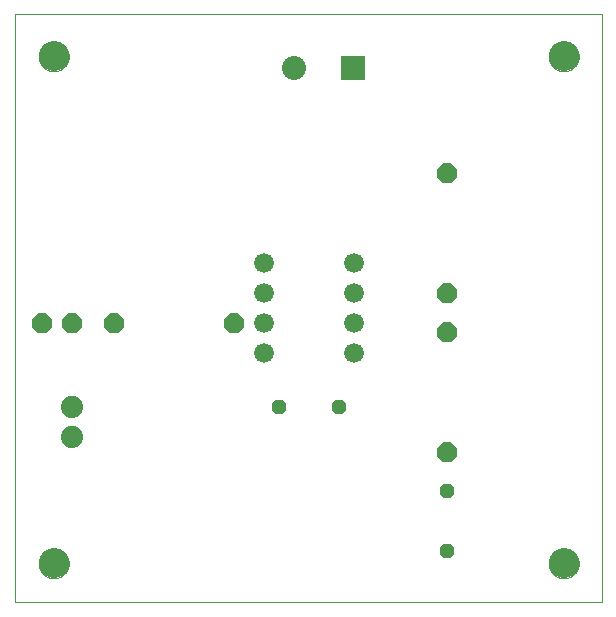
<source format=gbs>
G75*
%MOIN*%
%OFA0B0*%
%FSLAX25Y25*%
%IPPOS*%
%LPD*%
%AMOC8*
5,1,8,0,0,1.08239X$1,22.5*
%
%ADD10C,0.00000*%
%ADD11C,0.10000*%
%ADD12OC8,0.04800*%
%ADD13C,0.06600*%
%ADD14OC8,0.06600*%
%ADD15C,0.07400*%
%ADD16R,0.08000X0.08000*%
%ADD17C,0.08000*%
D10*
X0003000Y0021359D02*
X0003000Y0217319D01*
X0198701Y0217319D01*
X0198701Y0021359D01*
X0003000Y0021359D01*
X0011000Y0034359D02*
X0011002Y0034500D01*
X0011008Y0034641D01*
X0011018Y0034781D01*
X0011032Y0034921D01*
X0011050Y0035061D01*
X0011071Y0035200D01*
X0011097Y0035339D01*
X0011126Y0035477D01*
X0011160Y0035613D01*
X0011197Y0035749D01*
X0011238Y0035884D01*
X0011283Y0036018D01*
X0011332Y0036150D01*
X0011384Y0036281D01*
X0011440Y0036410D01*
X0011500Y0036537D01*
X0011563Y0036663D01*
X0011629Y0036787D01*
X0011700Y0036910D01*
X0011773Y0037030D01*
X0011850Y0037148D01*
X0011930Y0037264D01*
X0012014Y0037377D01*
X0012100Y0037488D01*
X0012190Y0037597D01*
X0012283Y0037703D01*
X0012378Y0037806D01*
X0012477Y0037907D01*
X0012578Y0038005D01*
X0012682Y0038100D01*
X0012789Y0038192D01*
X0012898Y0038281D01*
X0013010Y0038366D01*
X0013124Y0038449D01*
X0013240Y0038529D01*
X0013359Y0038605D01*
X0013480Y0038677D01*
X0013602Y0038747D01*
X0013727Y0038812D01*
X0013853Y0038875D01*
X0013981Y0038933D01*
X0014111Y0038988D01*
X0014242Y0039040D01*
X0014375Y0039087D01*
X0014509Y0039131D01*
X0014644Y0039172D01*
X0014780Y0039208D01*
X0014917Y0039240D01*
X0015055Y0039269D01*
X0015193Y0039294D01*
X0015333Y0039314D01*
X0015473Y0039331D01*
X0015613Y0039344D01*
X0015754Y0039353D01*
X0015894Y0039358D01*
X0016035Y0039359D01*
X0016176Y0039356D01*
X0016317Y0039349D01*
X0016457Y0039338D01*
X0016597Y0039323D01*
X0016737Y0039304D01*
X0016876Y0039282D01*
X0017014Y0039255D01*
X0017152Y0039225D01*
X0017288Y0039190D01*
X0017424Y0039152D01*
X0017558Y0039110D01*
X0017692Y0039064D01*
X0017824Y0039015D01*
X0017954Y0038961D01*
X0018083Y0038904D01*
X0018210Y0038844D01*
X0018336Y0038780D01*
X0018459Y0038712D01*
X0018581Y0038641D01*
X0018701Y0038567D01*
X0018818Y0038489D01*
X0018933Y0038408D01*
X0019046Y0038324D01*
X0019157Y0038237D01*
X0019265Y0038146D01*
X0019370Y0038053D01*
X0019473Y0037956D01*
X0019573Y0037857D01*
X0019670Y0037755D01*
X0019764Y0037650D01*
X0019855Y0037543D01*
X0019943Y0037433D01*
X0020028Y0037321D01*
X0020110Y0037206D01*
X0020189Y0037089D01*
X0020264Y0036970D01*
X0020336Y0036849D01*
X0020404Y0036726D01*
X0020469Y0036601D01*
X0020531Y0036474D01*
X0020588Y0036345D01*
X0020643Y0036215D01*
X0020693Y0036084D01*
X0020740Y0035951D01*
X0020783Y0035817D01*
X0020822Y0035681D01*
X0020857Y0035545D01*
X0020889Y0035408D01*
X0020916Y0035270D01*
X0020940Y0035131D01*
X0020960Y0034991D01*
X0020976Y0034851D01*
X0020988Y0034711D01*
X0020996Y0034570D01*
X0021000Y0034429D01*
X0021000Y0034289D01*
X0020996Y0034148D01*
X0020988Y0034007D01*
X0020976Y0033867D01*
X0020960Y0033727D01*
X0020940Y0033587D01*
X0020916Y0033448D01*
X0020889Y0033310D01*
X0020857Y0033173D01*
X0020822Y0033037D01*
X0020783Y0032901D01*
X0020740Y0032767D01*
X0020693Y0032634D01*
X0020643Y0032503D01*
X0020588Y0032373D01*
X0020531Y0032244D01*
X0020469Y0032117D01*
X0020404Y0031992D01*
X0020336Y0031869D01*
X0020264Y0031748D01*
X0020189Y0031629D01*
X0020110Y0031512D01*
X0020028Y0031397D01*
X0019943Y0031285D01*
X0019855Y0031175D01*
X0019764Y0031068D01*
X0019670Y0030963D01*
X0019573Y0030861D01*
X0019473Y0030762D01*
X0019370Y0030665D01*
X0019265Y0030572D01*
X0019157Y0030481D01*
X0019046Y0030394D01*
X0018933Y0030310D01*
X0018818Y0030229D01*
X0018701Y0030151D01*
X0018581Y0030077D01*
X0018459Y0030006D01*
X0018336Y0029938D01*
X0018210Y0029874D01*
X0018083Y0029814D01*
X0017954Y0029757D01*
X0017824Y0029703D01*
X0017692Y0029654D01*
X0017558Y0029608D01*
X0017424Y0029566D01*
X0017288Y0029528D01*
X0017152Y0029493D01*
X0017014Y0029463D01*
X0016876Y0029436D01*
X0016737Y0029414D01*
X0016597Y0029395D01*
X0016457Y0029380D01*
X0016317Y0029369D01*
X0016176Y0029362D01*
X0016035Y0029359D01*
X0015894Y0029360D01*
X0015754Y0029365D01*
X0015613Y0029374D01*
X0015473Y0029387D01*
X0015333Y0029404D01*
X0015193Y0029424D01*
X0015055Y0029449D01*
X0014917Y0029478D01*
X0014780Y0029510D01*
X0014644Y0029546D01*
X0014509Y0029587D01*
X0014375Y0029631D01*
X0014242Y0029678D01*
X0014111Y0029730D01*
X0013981Y0029785D01*
X0013853Y0029843D01*
X0013727Y0029906D01*
X0013602Y0029971D01*
X0013480Y0030041D01*
X0013359Y0030113D01*
X0013240Y0030189D01*
X0013124Y0030269D01*
X0013010Y0030352D01*
X0012898Y0030437D01*
X0012789Y0030526D01*
X0012682Y0030618D01*
X0012578Y0030713D01*
X0012477Y0030811D01*
X0012378Y0030912D01*
X0012283Y0031015D01*
X0012190Y0031121D01*
X0012100Y0031230D01*
X0012014Y0031341D01*
X0011930Y0031454D01*
X0011850Y0031570D01*
X0011773Y0031688D01*
X0011700Y0031808D01*
X0011629Y0031931D01*
X0011563Y0032055D01*
X0011500Y0032181D01*
X0011440Y0032308D01*
X0011384Y0032437D01*
X0011332Y0032568D01*
X0011283Y0032700D01*
X0011238Y0032834D01*
X0011197Y0032969D01*
X0011160Y0033105D01*
X0011126Y0033241D01*
X0011097Y0033379D01*
X0011071Y0033518D01*
X0011050Y0033657D01*
X0011032Y0033797D01*
X0011018Y0033937D01*
X0011008Y0034077D01*
X0011002Y0034218D01*
X0011000Y0034359D01*
X0011000Y0203359D02*
X0011002Y0203500D01*
X0011008Y0203641D01*
X0011018Y0203781D01*
X0011032Y0203921D01*
X0011050Y0204061D01*
X0011071Y0204200D01*
X0011097Y0204339D01*
X0011126Y0204477D01*
X0011160Y0204613D01*
X0011197Y0204749D01*
X0011238Y0204884D01*
X0011283Y0205018D01*
X0011332Y0205150D01*
X0011384Y0205281D01*
X0011440Y0205410D01*
X0011500Y0205537D01*
X0011563Y0205663D01*
X0011629Y0205787D01*
X0011700Y0205910D01*
X0011773Y0206030D01*
X0011850Y0206148D01*
X0011930Y0206264D01*
X0012014Y0206377D01*
X0012100Y0206488D01*
X0012190Y0206597D01*
X0012283Y0206703D01*
X0012378Y0206806D01*
X0012477Y0206907D01*
X0012578Y0207005D01*
X0012682Y0207100D01*
X0012789Y0207192D01*
X0012898Y0207281D01*
X0013010Y0207366D01*
X0013124Y0207449D01*
X0013240Y0207529D01*
X0013359Y0207605D01*
X0013480Y0207677D01*
X0013602Y0207747D01*
X0013727Y0207812D01*
X0013853Y0207875D01*
X0013981Y0207933D01*
X0014111Y0207988D01*
X0014242Y0208040D01*
X0014375Y0208087D01*
X0014509Y0208131D01*
X0014644Y0208172D01*
X0014780Y0208208D01*
X0014917Y0208240D01*
X0015055Y0208269D01*
X0015193Y0208294D01*
X0015333Y0208314D01*
X0015473Y0208331D01*
X0015613Y0208344D01*
X0015754Y0208353D01*
X0015894Y0208358D01*
X0016035Y0208359D01*
X0016176Y0208356D01*
X0016317Y0208349D01*
X0016457Y0208338D01*
X0016597Y0208323D01*
X0016737Y0208304D01*
X0016876Y0208282D01*
X0017014Y0208255D01*
X0017152Y0208225D01*
X0017288Y0208190D01*
X0017424Y0208152D01*
X0017558Y0208110D01*
X0017692Y0208064D01*
X0017824Y0208015D01*
X0017954Y0207961D01*
X0018083Y0207904D01*
X0018210Y0207844D01*
X0018336Y0207780D01*
X0018459Y0207712D01*
X0018581Y0207641D01*
X0018701Y0207567D01*
X0018818Y0207489D01*
X0018933Y0207408D01*
X0019046Y0207324D01*
X0019157Y0207237D01*
X0019265Y0207146D01*
X0019370Y0207053D01*
X0019473Y0206956D01*
X0019573Y0206857D01*
X0019670Y0206755D01*
X0019764Y0206650D01*
X0019855Y0206543D01*
X0019943Y0206433D01*
X0020028Y0206321D01*
X0020110Y0206206D01*
X0020189Y0206089D01*
X0020264Y0205970D01*
X0020336Y0205849D01*
X0020404Y0205726D01*
X0020469Y0205601D01*
X0020531Y0205474D01*
X0020588Y0205345D01*
X0020643Y0205215D01*
X0020693Y0205084D01*
X0020740Y0204951D01*
X0020783Y0204817D01*
X0020822Y0204681D01*
X0020857Y0204545D01*
X0020889Y0204408D01*
X0020916Y0204270D01*
X0020940Y0204131D01*
X0020960Y0203991D01*
X0020976Y0203851D01*
X0020988Y0203711D01*
X0020996Y0203570D01*
X0021000Y0203429D01*
X0021000Y0203289D01*
X0020996Y0203148D01*
X0020988Y0203007D01*
X0020976Y0202867D01*
X0020960Y0202727D01*
X0020940Y0202587D01*
X0020916Y0202448D01*
X0020889Y0202310D01*
X0020857Y0202173D01*
X0020822Y0202037D01*
X0020783Y0201901D01*
X0020740Y0201767D01*
X0020693Y0201634D01*
X0020643Y0201503D01*
X0020588Y0201373D01*
X0020531Y0201244D01*
X0020469Y0201117D01*
X0020404Y0200992D01*
X0020336Y0200869D01*
X0020264Y0200748D01*
X0020189Y0200629D01*
X0020110Y0200512D01*
X0020028Y0200397D01*
X0019943Y0200285D01*
X0019855Y0200175D01*
X0019764Y0200068D01*
X0019670Y0199963D01*
X0019573Y0199861D01*
X0019473Y0199762D01*
X0019370Y0199665D01*
X0019265Y0199572D01*
X0019157Y0199481D01*
X0019046Y0199394D01*
X0018933Y0199310D01*
X0018818Y0199229D01*
X0018701Y0199151D01*
X0018581Y0199077D01*
X0018459Y0199006D01*
X0018336Y0198938D01*
X0018210Y0198874D01*
X0018083Y0198814D01*
X0017954Y0198757D01*
X0017824Y0198703D01*
X0017692Y0198654D01*
X0017558Y0198608D01*
X0017424Y0198566D01*
X0017288Y0198528D01*
X0017152Y0198493D01*
X0017014Y0198463D01*
X0016876Y0198436D01*
X0016737Y0198414D01*
X0016597Y0198395D01*
X0016457Y0198380D01*
X0016317Y0198369D01*
X0016176Y0198362D01*
X0016035Y0198359D01*
X0015894Y0198360D01*
X0015754Y0198365D01*
X0015613Y0198374D01*
X0015473Y0198387D01*
X0015333Y0198404D01*
X0015193Y0198424D01*
X0015055Y0198449D01*
X0014917Y0198478D01*
X0014780Y0198510D01*
X0014644Y0198546D01*
X0014509Y0198587D01*
X0014375Y0198631D01*
X0014242Y0198678D01*
X0014111Y0198730D01*
X0013981Y0198785D01*
X0013853Y0198843D01*
X0013727Y0198906D01*
X0013602Y0198971D01*
X0013480Y0199041D01*
X0013359Y0199113D01*
X0013240Y0199189D01*
X0013124Y0199269D01*
X0013010Y0199352D01*
X0012898Y0199437D01*
X0012789Y0199526D01*
X0012682Y0199618D01*
X0012578Y0199713D01*
X0012477Y0199811D01*
X0012378Y0199912D01*
X0012283Y0200015D01*
X0012190Y0200121D01*
X0012100Y0200230D01*
X0012014Y0200341D01*
X0011930Y0200454D01*
X0011850Y0200570D01*
X0011773Y0200688D01*
X0011700Y0200808D01*
X0011629Y0200931D01*
X0011563Y0201055D01*
X0011500Y0201181D01*
X0011440Y0201308D01*
X0011384Y0201437D01*
X0011332Y0201568D01*
X0011283Y0201700D01*
X0011238Y0201834D01*
X0011197Y0201969D01*
X0011160Y0202105D01*
X0011126Y0202241D01*
X0011097Y0202379D01*
X0011071Y0202518D01*
X0011050Y0202657D01*
X0011032Y0202797D01*
X0011018Y0202937D01*
X0011008Y0203077D01*
X0011002Y0203218D01*
X0011000Y0203359D01*
X0181000Y0203359D02*
X0181002Y0203500D01*
X0181008Y0203641D01*
X0181018Y0203781D01*
X0181032Y0203921D01*
X0181050Y0204061D01*
X0181071Y0204200D01*
X0181097Y0204339D01*
X0181126Y0204477D01*
X0181160Y0204613D01*
X0181197Y0204749D01*
X0181238Y0204884D01*
X0181283Y0205018D01*
X0181332Y0205150D01*
X0181384Y0205281D01*
X0181440Y0205410D01*
X0181500Y0205537D01*
X0181563Y0205663D01*
X0181629Y0205787D01*
X0181700Y0205910D01*
X0181773Y0206030D01*
X0181850Y0206148D01*
X0181930Y0206264D01*
X0182014Y0206377D01*
X0182100Y0206488D01*
X0182190Y0206597D01*
X0182283Y0206703D01*
X0182378Y0206806D01*
X0182477Y0206907D01*
X0182578Y0207005D01*
X0182682Y0207100D01*
X0182789Y0207192D01*
X0182898Y0207281D01*
X0183010Y0207366D01*
X0183124Y0207449D01*
X0183240Y0207529D01*
X0183359Y0207605D01*
X0183480Y0207677D01*
X0183602Y0207747D01*
X0183727Y0207812D01*
X0183853Y0207875D01*
X0183981Y0207933D01*
X0184111Y0207988D01*
X0184242Y0208040D01*
X0184375Y0208087D01*
X0184509Y0208131D01*
X0184644Y0208172D01*
X0184780Y0208208D01*
X0184917Y0208240D01*
X0185055Y0208269D01*
X0185193Y0208294D01*
X0185333Y0208314D01*
X0185473Y0208331D01*
X0185613Y0208344D01*
X0185754Y0208353D01*
X0185894Y0208358D01*
X0186035Y0208359D01*
X0186176Y0208356D01*
X0186317Y0208349D01*
X0186457Y0208338D01*
X0186597Y0208323D01*
X0186737Y0208304D01*
X0186876Y0208282D01*
X0187014Y0208255D01*
X0187152Y0208225D01*
X0187288Y0208190D01*
X0187424Y0208152D01*
X0187558Y0208110D01*
X0187692Y0208064D01*
X0187824Y0208015D01*
X0187954Y0207961D01*
X0188083Y0207904D01*
X0188210Y0207844D01*
X0188336Y0207780D01*
X0188459Y0207712D01*
X0188581Y0207641D01*
X0188701Y0207567D01*
X0188818Y0207489D01*
X0188933Y0207408D01*
X0189046Y0207324D01*
X0189157Y0207237D01*
X0189265Y0207146D01*
X0189370Y0207053D01*
X0189473Y0206956D01*
X0189573Y0206857D01*
X0189670Y0206755D01*
X0189764Y0206650D01*
X0189855Y0206543D01*
X0189943Y0206433D01*
X0190028Y0206321D01*
X0190110Y0206206D01*
X0190189Y0206089D01*
X0190264Y0205970D01*
X0190336Y0205849D01*
X0190404Y0205726D01*
X0190469Y0205601D01*
X0190531Y0205474D01*
X0190588Y0205345D01*
X0190643Y0205215D01*
X0190693Y0205084D01*
X0190740Y0204951D01*
X0190783Y0204817D01*
X0190822Y0204681D01*
X0190857Y0204545D01*
X0190889Y0204408D01*
X0190916Y0204270D01*
X0190940Y0204131D01*
X0190960Y0203991D01*
X0190976Y0203851D01*
X0190988Y0203711D01*
X0190996Y0203570D01*
X0191000Y0203429D01*
X0191000Y0203289D01*
X0190996Y0203148D01*
X0190988Y0203007D01*
X0190976Y0202867D01*
X0190960Y0202727D01*
X0190940Y0202587D01*
X0190916Y0202448D01*
X0190889Y0202310D01*
X0190857Y0202173D01*
X0190822Y0202037D01*
X0190783Y0201901D01*
X0190740Y0201767D01*
X0190693Y0201634D01*
X0190643Y0201503D01*
X0190588Y0201373D01*
X0190531Y0201244D01*
X0190469Y0201117D01*
X0190404Y0200992D01*
X0190336Y0200869D01*
X0190264Y0200748D01*
X0190189Y0200629D01*
X0190110Y0200512D01*
X0190028Y0200397D01*
X0189943Y0200285D01*
X0189855Y0200175D01*
X0189764Y0200068D01*
X0189670Y0199963D01*
X0189573Y0199861D01*
X0189473Y0199762D01*
X0189370Y0199665D01*
X0189265Y0199572D01*
X0189157Y0199481D01*
X0189046Y0199394D01*
X0188933Y0199310D01*
X0188818Y0199229D01*
X0188701Y0199151D01*
X0188581Y0199077D01*
X0188459Y0199006D01*
X0188336Y0198938D01*
X0188210Y0198874D01*
X0188083Y0198814D01*
X0187954Y0198757D01*
X0187824Y0198703D01*
X0187692Y0198654D01*
X0187558Y0198608D01*
X0187424Y0198566D01*
X0187288Y0198528D01*
X0187152Y0198493D01*
X0187014Y0198463D01*
X0186876Y0198436D01*
X0186737Y0198414D01*
X0186597Y0198395D01*
X0186457Y0198380D01*
X0186317Y0198369D01*
X0186176Y0198362D01*
X0186035Y0198359D01*
X0185894Y0198360D01*
X0185754Y0198365D01*
X0185613Y0198374D01*
X0185473Y0198387D01*
X0185333Y0198404D01*
X0185193Y0198424D01*
X0185055Y0198449D01*
X0184917Y0198478D01*
X0184780Y0198510D01*
X0184644Y0198546D01*
X0184509Y0198587D01*
X0184375Y0198631D01*
X0184242Y0198678D01*
X0184111Y0198730D01*
X0183981Y0198785D01*
X0183853Y0198843D01*
X0183727Y0198906D01*
X0183602Y0198971D01*
X0183480Y0199041D01*
X0183359Y0199113D01*
X0183240Y0199189D01*
X0183124Y0199269D01*
X0183010Y0199352D01*
X0182898Y0199437D01*
X0182789Y0199526D01*
X0182682Y0199618D01*
X0182578Y0199713D01*
X0182477Y0199811D01*
X0182378Y0199912D01*
X0182283Y0200015D01*
X0182190Y0200121D01*
X0182100Y0200230D01*
X0182014Y0200341D01*
X0181930Y0200454D01*
X0181850Y0200570D01*
X0181773Y0200688D01*
X0181700Y0200808D01*
X0181629Y0200931D01*
X0181563Y0201055D01*
X0181500Y0201181D01*
X0181440Y0201308D01*
X0181384Y0201437D01*
X0181332Y0201568D01*
X0181283Y0201700D01*
X0181238Y0201834D01*
X0181197Y0201969D01*
X0181160Y0202105D01*
X0181126Y0202241D01*
X0181097Y0202379D01*
X0181071Y0202518D01*
X0181050Y0202657D01*
X0181032Y0202797D01*
X0181018Y0202937D01*
X0181008Y0203077D01*
X0181002Y0203218D01*
X0181000Y0203359D01*
X0181000Y0034359D02*
X0181002Y0034500D01*
X0181008Y0034641D01*
X0181018Y0034781D01*
X0181032Y0034921D01*
X0181050Y0035061D01*
X0181071Y0035200D01*
X0181097Y0035339D01*
X0181126Y0035477D01*
X0181160Y0035613D01*
X0181197Y0035749D01*
X0181238Y0035884D01*
X0181283Y0036018D01*
X0181332Y0036150D01*
X0181384Y0036281D01*
X0181440Y0036410D01*
X0181500Y0036537D01*
X0181563Y0036663D01*
X0181629Y0036787D01*
X0181700Y0036910D01*
X0181773Y0037030D01*
X0181850Y0037148D01*
X0181930Y0037264D01*
X0182014Y0037377D01*
X0182100Y0037488D01*
X0182190Y0037597D01*
X0182283Y0037703D01*
X0182378Y0037806D01*
X0182477Y0037907D01*
X0182578Y0038005D01*
X0182682Y0038100D01*
X0182789Y0038192D01*
X0182898Y0038281D01*
X0183010Y0038366D01*
X0183124Y0038449D01*
X0183240Y0038529D01*
X0183359Y0038605D01*
X0183480Y0038677D01*
X0183602Y0038747D01*
X0183727Y0038812D01*
X0183853Y0038875D01*
X0183981Y0038933D01*
X0184111Y0038988D01*
X0184242Y0039040D01*
X0184375Y0039087D01*
X0184509Y0039131D01*
X0184644Y0039172D01*
X0184780Y0039208D01*
X0184917Y0039240D01*
X0185055Y0039269D01*
X0185193Y0039294D01*
X0185333Y0039314D01*
X0185473Y0039331D01*
X0185613Y0039344D01*
X0185754Y0039353D01*
X0185894Y0039358D01*
X0186035Y0039359D01*
X0186176Y0039356D01*
X0186317Y0039349D01*
X0186457Y0039338D01*
X0186597Y0039323D01*
X0186737Y0039304D01*
X0186876Y0039282D01*
X0187014Y0039255D01*
X0187152Y0039225D01*
X0187288Y0039190D01*
X0187424Y0039152D01*
X0187558Y0039110D01*
X0187692Y0039064D01*
X0187824Y0039015D01*
X0187954Y0038961D01*
X0188083Y0038904D01*
X0188210Y0038844D01*
X0188336Y0038780D01*
X0188459Y0038712D01*
X0188581Y0038641D01*
X0188701Y0038567D01*
X0188818Y0038489D01*
X0188933Y0038408D01*
X0189046Y0038324D01*
X0189157Y0038237D01*
X0189265Y0038146D01*
X0189370Y0038053D01*
X0189473Y0037956D01*
X0189573Y0037857D01*
X0189670Y0037755D01*
X0189764Y0037650D01*
X0189855Y0037543D01*
X0189943Y0037433D01*
X0190028Y0037321D01*
X0190110Y0037206D01*
X0190189Y0037089D01*
X0190264Y0036970D01*
X0190336Y0036849D01*
X0190404Y0036726D01*
X0190469Y0036601D01*
X0190531Y0036474D01*
X0190588Y0036345D01*
X0190643Y0036215D01*
X0190693Y0036084D01*
X0190740Y0035951D01*
X0190783Y0035817D01*
X0190822Y0035681D01*
X0190857Y0035545D01*
X0190889Y0035408D01*
X0190916Y0035270D01*
X0190940Y0035131D01*
X0190960Y0034991D01*
X0190976Y0034851D01*
X0190988Y0034711D01*
X0190996Y0034570D01*
X0191000Y0034429D01*
X0191000Y0034289D01*
X0190996Y0034148D01*
X0190988Y0034007D01*
X0190976Y0033867D01*
X0190960Y0033727D01*
X0190940Y0033587D01*
X0190916Y0033448D01*
X0190889Y0033310D01*
X0190857Y0033173D01*
X0190822Y0033037D01*
X0190783Y0032901D01*
X0190740Y0032767D01*
X0190693Y0032634D01*
X0190643Y0032503D01*
X0190588Y0032373D01*
X0190531Y0032244D01*
X0190469Y0032117D01*
X0190404Y0031992D01*
X0190336Y0031869D01*
X0190264Y0031748D01*
X0190189Y0031629D01*
X0190110Y0031512D01*
X0190028Y0031397D01*
X0189943Y0031285D01*
X0189855Y0031175D01*
X0189764Y0031068D01*
X0189670Y0030963D01*
X0189573Y0030861D01*
X0189473Y0030762D01*
X0189370Y0030665D01*
X0189265Y0030572D01*
X0189157Y0030481D01*
X0189046Y0030394D01*
X0188933Y0030310D01*
X0188818Y0030229D01*
X0188701Y0030151D01*
X0188581Y0030077D01*
X0188459Y0030006D01*
X0188336Y0029938D01*
X0188210Y0029874D01*
X0188083Y0029814D01*
X0187954Y0029757D01*
X0187824Y0029703D01*
X0187692Y0029654D01*
X0187558Y0029608D01*
X0187424Y0029566D01*
X0187288Y0029528D01*
X0187152Y0029493D01*
X0187014Y0029463D01*
X0186876Y0029436D01*
X0186737Y0029414D01*
X0186597Y0029395D01*
X0186457Y0029380D01*
X0186317Y0029369D01*
X0186176Y0029362D01*
X0186035Y0029359D01*
X0185894Y0029360D01*
X0185754Y0029365D01*
X0185613Y0029374D01*
X0185473Y0029387D01*
X0185333Y0029404D01*
X0185193Y0029424D01*
X0185055Y0029449D01*
X0184917Y0029478D01*
X0184780Y0029510D01*
X0184644Y0029546D01*
X0184509Y0029587D01*
X0184375Y0029631D01*
X0184242Y0029678D01*
X0184111Y0029730D01*
X0183981Y0029785D01*
X0183853Y0029843D01*
X0183727Y0029906D01*
X0183602Y0029971D01*
X0183480Y0030041D01*
X0183359Y0030113D01*
X0183240Y0030189D01*
X0183124Y0030269D01*
X0183010Y0030352D01*
X0182898Y0030437D01*
X0182789Y0030526D01*
X0182682Y0030618D01*
X0182578Y0030713D01*
X0182477Y0030811D01*
X0182378Y0030912D01*
X0182283Y0031015D01*
X0182190Y0031121D01*
X0182100Y0031230D01*
X0182014Y0031341D01*
X0181930Y0031454D01*
X0181850Y0031570D01*
X0181773Y0031688D01*
X0181700Y0031808D01*
X0181629Y0031931D01*
X0181563Y0032055D01*
X0181500Y0032181D01*
X0181440Y0032308D01*
X0181384Y0032437D01*
X0181332Y0032568D01*
X0181283Y0032700D01*
X0181238Y0032834D01*
X0181197Y0032969D01*
X0181160Y0033105D01*
X0181126Y0033241D01*
X0181097Y0033379D01*
X0181071Y0033518D01*
X0181050Y0033657D01*
X0181032Y0033797D01*
X0181018Y0033937D01*
X0181008Y0034077D01*
X0181002Y0034218D01*
X0181000Y0034359D01*
D11*
X0186000Y0034359D03*
X0186000Y0203359D03*
X0016000Y0203359D03*
X0016000Y0034359D03*
D12*
X0091000Y0086359D03*
X0111000Y0086359D03*
X0147000Y0058359D03*
X0147000Y0038359D03*
D13*
X0116000Y0104359D03*
X0116000Y0114359D03*
X0116000Y0124359D03*
X0116000Y0134359D03*
X0086000Y0134359D03*
X0086000Y0124359D03*
X0086000Y0114359D03*
X0086000Y0104359D03*
D14*
X0076000Y0114359D03*
X0036000Y0114359D03*
X0022000Y0114359D03*
X0012000Y0114359D03*
X0147000Y0111359D03*
X0147000Y0124359D03*
X0147000Y0164359D03*
X0147000Y0071359D03*
D15*
X0022000Y0076359D03*
X0022000Y0086359D03*
D16*
X0115843Y0199359D03*
D17*
X0096157Y0199359D03*
M02*

</source>
